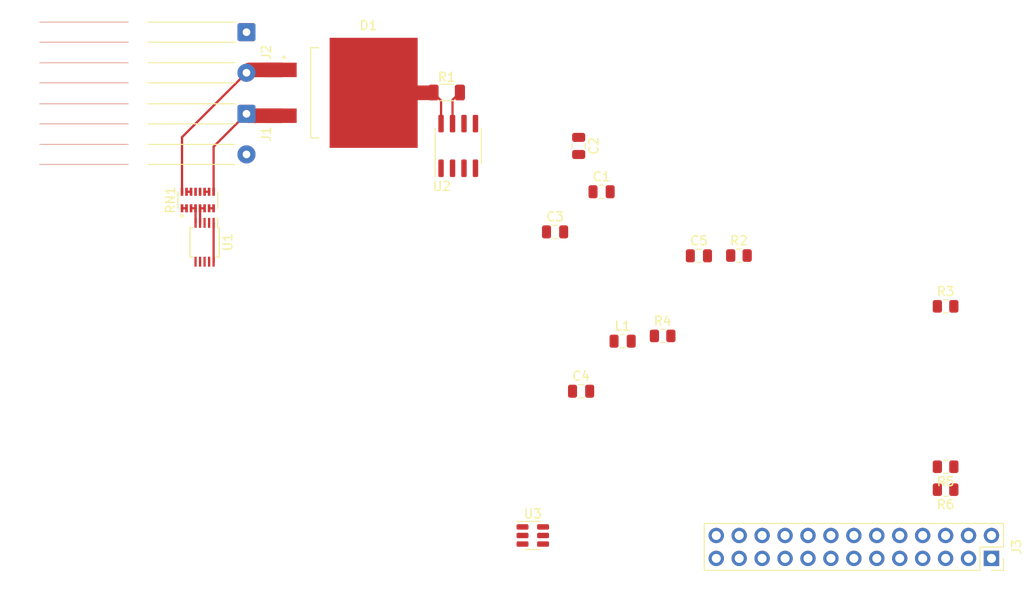
<source format=kicad_pcb>
(kicad_pcb (version 20211014) (generator pcbnew)
  (layers (0 "F.Cu" signal) (31 "B.Cu" signal) (34 "B.Paste" user) (35 "F.Paste" user) (36 "B.SilkS" user "B.Silkscreen") (37 "F.SilkS" user "F.Silkscreen") (38 "B.Mask" user) (39 "F.Mask" user) (44 "Edge.Cuts" user))
  (net 0 "")
  (net 1 "+BATT")
  (net 2 "GND")
  (net 3 "Net-(C3-Pad1)")
  (net 4 "Net-(C3-Pad2)")
  (net 5 "+5V")
  (net 6 "/VBAT_1")
  (net 7 "/ISENSE+")
  (net 8 "/VBAT_2")
  (net 9 "+3V3")
  (net 10 "/SCL")
  (net 11 "/SDA")
  (net 18 "/ADC_INT")
  (net 27 "/PWR_SW")
  (net 28 "Net-(R3-Pad2)")
  (net 29 "Net-(RN1-Pad1)")
  (net 30 "Net-(RN1-Pad3)")
  (net 31 "Net-(RN1-Pad5)")
  (net 32 "Net-(RN1-Pad7)")
  (net 33 "Net-(RN1-Pad10)")
  (net 34 "Net-(RN1-Pad14)")
  (footprint "_LocalParts:STPS30L30CG" (layer "F.Cu") (at 128.659533 70.312847)
    (fp_text reference "D1" (at 2.986756 -7.465805) (layer "F.SilkS") (effects (font (size 1.000732 1.000732))))
    (fp_text value "STPS30L30CG")
    (fp_line (start -2.5146 5) (end -3.4 5) (layer "F.SilkS") (width 0.127))
    (fp_line (start -3.4 5) (end -3.4 -5) (layer "F.SilkS") (width 0.127))
    (fp_line (start -3.4 -5) (end -2.5146 -5) (layer "F.SilkS") (width 0.127))
    (fp_circle (center -6.35 -3.937) (end -6.223 -3.937) (layer "F.SilkS") (width 0.127) (fill none))
    (pad "1" smd rect (at -6.7 -2.54 270) (size 1.6 3.5) (layers "F.Cu" "F.Paste" "F.Mask") (net 8 "/VBAT_2"))
    (pad "2" smd rect (at 3.575 0 270) (size 12.2 9.75) (layers "F.Cu" "F.Mask") (net 7 "/ISENSE+"))
    (pad "3" smd rect (at -6.7 2.54 270) (size 1.6 3.5) (layers "F.Cu" "F.Paste" "F.Mask") (net 6 "/VBAT_1"))
  )
  (footprint "Capacitor_SMD:C_0805_2012Metric" (layer "F.Cu") (at 157.48 81.28)
    (fp_text reference "C1" (at 0 -1.68) (layer "F.SilkS"))
    (fp_text value "10µF")
    (fp_line (start -0.261252 0.735) (end 0.261252 0.735) (layer "F.SilkS") (width 0.12))
    (fp_line (start -0.261252 -0.735) (end 0.261252 -0.735) (layer "F.SilkS") (width 0.12))
    (pad "1" smd roundrect (at -0.95 0) (size 1 1.45) (layers "F.Cu" "F.Paste" "F.Mask") (net 1 "+BATT"))
    (pad "2" smd roundrect (at 0.95 0) (size 1 1.45) (layers "F.Cu" "F.Paste" "F.Mask") (net 2 "GND"))
  )
  (footprint "Capacitor_SMD:C_0805_2012Metric" (layer "F.Cu") (at 155.21 103.39)
    (fp_text reference "C4" (at 0 -1.68) (layer "F.SilkS"))
    (fp_text value "22µF")
    (fp_line (start -0.261252 0.735) (end 0.261252 0.735) (layer "F.SilkS") (width 0.12))
    (fp_line (start -0.261252 -0.735) (end 0.261252 -0.735) (layer "F.SilkS") (width 0.12))
    (pad "1" smd roundrect (at -0.95 0) (size 1 1.45) (layers "F.Cu" "F.Paste" "F.Mask") (net 5 "+5V"))
    (pad "2" smd roundrect (at 0.95 0) (size 1 1.45) (layers "F.Cu" "F.Paste" "F.Mask") (net 2 "GND"))
  )
  (footprint "Connector_Wire:SolderWire-0.25sqmm_1x02_P4.5mm_D0.65mm_OD2mm_Relief2x" (layer "F.Cu") (at 118.15 63.59 -90)
    (fp_text reference "J2" (at 2.25 -2.2 90) (layer "F.SilkS"))
    (fp_text value "SOLDER_20AWG")
    (fp_line (start 5.61 13.11) (end 5.61 22.89) (layer "B.SilkS") (width 0.12))
    (fp_line (start 3.39 13.11) (end 3.39 22.89) (layer "B.SilkS") (width 0.12))
    (fp_line (start -1.11 13.11) (end -1.11 22.89) (layer "B.SilkS") (width 0.12))
    (fp_line (start 1.11 13.11) (end 1.11 22.89) (layer "B.SilkS") (width 0.12))
    (fp_line (start 3.39 1.26) (end 3.39 10.89) (layer "F.SilkS") (width 0.12))
    (fp_line (start 5.61 1.26) (end 5.61 10.89) (layer "F.SilkS") (width 0.12))
    (fp_line (start 1.11 1.26) (end 1.11 10.89) (layer "F.SilkS") (width 0.12))
    (fp_line (start -1.11 1.26) (end -1.11 10.89) (layer "F.SilkS") (width 0.12))
    (pad "" np_thru_hole circle (at 0 12 270) (size 2.5 2.5) (drill 2.5) (layers *.Cu *.Mask))
    (pad "" np_thru_hole circle (at 4.5 24 270) (size 2.5 2.5) (drill 2.5) (layers *.Cu *.Mask))
    (pad "" np_thru_hole circle (at 0 24 270) (size 2.5 2.5) (drill 2.5) (layers *.Cu *.Mask))
    (pad "" np_thru_hole circle (at 4.5 12 270) (size 2.5 2.5) (drill 2.5) (layers *.Cu *.Mask))
    (pad "1" thru_hole roundrect (at 0 0 270) (size 2 2) (drill 0.85) (layers *.Cu *.Mask) (roundrect_rratio 0.125) (net 2 "GND"))
    (pad "2" thru_hole circle (at 4.5 0 270) (size 2 2) (drill 0.85) (layers *.Cu *.Mask) (net 8 "/VBAT_2"))
  )
  (footprint "Resistor_SMD:R_0805_2012Metric" (layer "F.Cu") (at 195.58 111.76 180)
    (fp_text reference "R5" (at 0 -1.65) (layer "F.SilkS"))
    (fp_text value "10K")
    (fp_line (start -0.227064 -0.735) (end 0.227064 -0.735) (layer "F.SilkS") (width 0.12))
    (fp_line (start -0.227064 0.735) (end 0.227064 0.735) (layer "F.SilkS") (width 0.12))
    (pad "1" smd roundrect (at -0.9125 0 180) (size 1.025 1.4) (layers "F.Cu" "F.Paste" "F.Mask") (roundrect_rratio 0.243902) (net 9 "+3V3"))
    (pad "2" smd roundrect (at 0.9125 0 180) (size 1.025 1.4) (layers "F.Cu" "F.Paste" "F.Mask") (roundrect_rratio 0.243902) (net 11 "/SDA"))
  )
  (footprint "Package_SO:TSSOP-10_3x3mm_P0.5mm" (layer "F.Cu") (at 113.510623 86.878968 -90)
    (fp_text reference "U1" (at 0 -2.55 90) (layer "F.SilkS"))
    (fp_text value "ADS1115IDGS")
    (fp_line (start 1.625 1.625) (end 1.625 1.35) (layer "F.SilkS") (width 0.15))
    (fp_line (start -1.625 -1.625) (end 1.625 -1.625) (layer "F.SilkS") (width 0.15))
    (fp_line (start -1.625 -1.625) (end -1.625 -1.45) (layer "F.SilkS") (width 0.15))
    (fp_line (start 1.625 -1.625) (end 1.625 -1.35) (layer "F.SilkS") (width 0.15))
    (fp_line (start -1.625 1.625) (end -1.625 1.35) (layer "F.SilkS") (width 0.15))
    (fp_line (start -1.625 1.625) (end 1.625 1.625) (layer "F.SilkS") (width 0.15))
    (fp_line (start -1.625 -1.45) (end -2.7 -1.45) (layer "F.SilkS") (width 0.15))
    (pad "1" smd rect (at -2.15 -1 270) (size 1.1 0.25) (layers "F.Cu" "F.Paste" "F.Mask") (net 10 "/SCL"))
    (pad "2" smd rect (at -2.15 -0.5 270) (size 1.1 0.25) (layers "F.Cu" "F.Paste" "F.Mask") (net 18 "/ADC_INT"))
    (pad "3" smd rect (at -2.15 0 270) (size 1.1 0.25) (layers "F.Cu" "F.Paste" "F.Mask") (net 2 "GND"))
    (pad "4" smd rect (at -2.15 0.5 270) (size 1.1 0.25) (layers "F.Cu" "F.Paste" "F.Mask") (net 31 "Net-(RN1-Pad5)"))
    (pad "5" smd rect (at -2.15 1 270) (size 1.1 0.25) (layers "F.Cu" "F.Paste" "F.Mask") (net 30 "Net-(RN1-Pad3)"))
    (pad "6" smd rect (at 2.15 1 270) (size 1.1 0.25) (layers "F.Cu" "F.Paste" "F.Mask") (net 2 "GND"))
    (pad "7" smd rect (at 2.15 0.5 270) (size 1.1 0.25) (layers "F.Cu" "F.Paste" "F.Mask") (net 2 "GND"))
    (pad "8" smd rect (at 2.15 0 270) (size 1.1 0.25) (layers "F.Cu" "F.Paste" "F.Mask") (net 9 "+3V3"))
    (pad "9" smd rect (at 2.15 -0.5 270) (size 1.1 0.25) (layers "F.Cu" "F.Paste" "F.Mask") (net 11 "/SDA"))
    (pad "10" smd rect (at 2.15 -1 270) (size 1.1 0.25) (layers "F.Cu" "F.Paste" "F.Mask") (net 10 "/SCL"))
  )
  (footprint "Resistor_SMD:R_1206_3216Metric" (layer "F.Cu") (at 140.326034 70.277955 180)
    (fp_text reference "R1" (at 0 1.697955) (layer "F.SilkS"))
    (fp_text value "ERJ-6BWFR010V")
    (fp_line (start -0.727064 -0.91) (end 0.727064 -0.91) (layer "F.SilkS") (width 0.12))
    (fp_line (start -0.727064 0.91) (end 0.727064 0.91) (layer "F.SilkS") (width 0.12))
    (pad "1" smd roundrect (at -1.4625 0 180) (size 1.125 1.75) (layers "F.Cu" "F.Paste" "F.Mask") (roundrect_rratio 0.222222) (net 1 "+BATT"))
    (pad "2" smd roundrect (at 1.4625 0 180) (size 1.125 1.75) (layers "F.Cu" "F.Paste" "F.Mask") (roundrect_rratio 0.222222) (net 7 "/ISENSE+"))
  )
  (footprint "Capacitor_SMD:C_0805_2012Metric" (layer "F.Cu") (at 159.81 97.84)
    (fp_text reference "L1" (at 0 -1.68) (layer "F.SilkS"))
    (fp_text value "3.3µH")
    (fp_line (start -0.261252 -0.735) (end 0.261252 -0.735) (layer "F.SilkS") (width 0.12))
    (fp_line (start -0.261252 0.735) (end 0.261252 0.735) (layer "F.SilkS") (width 0.12))
    (pad "1" smd roundrect (at -0.95 0) (size 1 1.45) (layers "F.Cu" "F.Paste" "F.Mask") (net 4 "Net-(C3-Pad2)"))
    (pad "2" smd roundrect (at 0.95 0) (size 1 1.45) (layers "F.Cu" "F.Paste" "F.Mask") (net 5 "+5V"))
  )
  (footprint "Resistor_SMD:R_0805_2012Metric" (layer "F.Cu") (at 172.69 88.35)
    (fp_text reference "R2" (at 0 -1.65) (layer "F.SilkS"))
    (fp_text value "100K")
    (fp_line (start -0.227064 0.735) (end 0.227064 0.735) (layer "F.SilkS") (width 0.12))
    (fp_line (start -0.227064 -0.735) (end 0.227064 -0.735) (layer "F.SilkS") (width 0.12))
    (pad "1" smd roundrect (at -0.9125 0) (size 1.025 1.4) (layers "F.Cu" "F.Paste" "F.Mask") (roundrect_rratio 0.243902) (net 27 "/PWR_SW"))
    (pad "2" smd roundrect (at 0.9125 0) (size 1.025 1.4) (layers "F.Cu" "F.Paste" "F.Mask") (roundrect_rratio 0.243902) (net 2 "GND"))
  )
  (footprint "Connector_PinSocket_2.54mm:PinSocket_2x13_P2.54mm_Vertical" (layer "F.Cu") (at 200.66 121.92 -90)
    (fp_text reference "J3" (at -1.27 -2.77 90) (layer "F.SilkS"))
    (fp_text value "OPI Lite2 Header")
    (fp_line (start 0 -1.33) (end 1.33 -1.33) (layer "F.SilkS") (width 0.12))
    (fp_line (start 1.33 1.27) (end 1.33 31.81) (layer "F.SilkS") (width 0.12))
    (fp_line (start -1.27 -1.33) (end -1.27 1.27) (layer "F.SilkS") (width 0.12))
    (fp_line (start -1.27 1.27) (end 1.33 1.27) (layer "F.SilkS") (width 0.12))
    (fp_line (start 1.33 -1.33) (end 1.33 0) (layer "F.SilkS") (width 0.12))
    (fp_line (start -3.87 -1.33) (end -3.87 31.81) (layer "F.SilkS") (width 0.12))
    (fp_line (start -3.87 31.81) (end 1.33 31.81) (layer "F.SilkS") (width 0.12))
    (fp_line (start -3.87 -1.33) (end -1.27 -1.33) (layer "F.SilkS") (width 0.12))
    (pad "1" thru_hole rect (at 0 0 270) (size 1.7 1.7) (drill 1) (layers *.Cu *.Mask) (net 9 "+3V3"))
    (pad "2" thru_hole oval (at -2.54 0 270) (size 1.7 1.7) (drill 1) (layers *.Cu *.Mask) (net 5 "+5V"))
    (pad "3" thru_hole oval (at 0 2.54 270) (size 1.7 1.7) (drill 1) (layers *.Cu *.Mask) (net 10 "/SCL"))
    (pad "4" thru_hole oval (at -2.54 2.54 270) (size 1.7 1.7) (drill 1) (layers *.Cu *.Mask) (net 5 "+5V"))
    (pad "5" thru_hole oval (at 0 5.08 270) (size 1.7 1.7) (drill 1) (layers *.Cu *.Mask) (net 11 "/SDA"))
    (pad "6" thru_hole oval (at -2.54 5.08 270) (size 1.7 1.7) (drill 1) (layers *.Cu *.Mask) (net 2 "GND"))
    (pad "7" thru_hole oval (at 0 7.62 270) (size 1.7 1.7) (drill 1) (layers *.Cu *.Mask))
    (pad "8" thru_hole oval (at -2.54 7.62 270) (size 1.7 1.7) (drill 1) (layers *.Cu *.Mask))
    (pad "9" thru_hole oval (at 0 10.16 270) (size 1.7 1.7) (drill 1) (layers *.Cu *.Mask) (net 2 "GND"))
    (pad "10" thru_hole oval (at -2.54 10.16 270) (size 1.7 1.7) (drill 1) (layers *.Cu *.Mask))
    (pad "11" thru_hole oval (at 0 12.7 270) (size 1.7 1.7) (drill 1) (layers *.Cu *.Mask))
    (pad "12" thru_hole oval (at -2.54 12.7 270) (size 1.7 1.7) (drill 1) (layers *.Cu *.Mask))
    (pad "13" thru_hole oval (at 0 15.24 270) (size 1.7 1.7) (drill 1) (layers *.Cu *.Mask))
    (pad "14" thru_hole oval (at -2.54 15.24 270) (size 1.7 1.7) (drill 1) (layers *.Cu *.Mask) (net 2 "GND"))
    (pad "15" thru_hole oval (at 0 17.78 270) (size 1.7 1.7) (drill 1) (layers *.Cu *.Mask) (net 18 "/ADC_INT"))
    (pad "16" thru_hole oval (at -2.54 17.78 270) (size 1.7 1.7) (drill 1) (layers *.Cu *.Mask))
    (pad "17" thru_hole oval (at 0 20.32 270) (size 1.7 1.7) (drill 1) (layers *.Cu *.Mask) (net 9 "+3V3"))
    (pad "18" thru_hole oval (at -2.54 20.32 270) (size 1.7 1.7) (drill 1) (layers *.Cu *.Mask))
    (pad "19" thru_hole oval (at 0 22.86 270) (size 1.7 1.7) (drill 1) (layers *.Cu *.Mask))
    (pad "20" thru_hole oval (at -2.54 22.86 270) (size 1.7 1.7) (drill 1) (layers *.Cu *.Mask) (net 2 "GND"))
    (pad "21" thru_hole oval (at 0 25.4 270) (size 1.7 1.7) (drill 1) (layers *.Cu *.Mask))
    (pad "22" thru_hole oval (at -2.54 25.4 270) (size 1.7 1.7) (drill 1) (layers *.Cu *.Mask))
    (pad "23" thru_hole oval (at 0 27.94 270) (size 1.7 1.7) (drill 1) (layers *.Cu *.Mask))
    (pad "24" thru_hole oval (at -2.54 27.94 270) (size 1.7 1.7) (drill 1) (layers *.Cu *.Mask))
    (pad "25" thru_hole oval (at 0 30.48 270) (size 1.7 1.7) (drill 1) (layers *.Cu *.Mask) (net 2 "GND"))
    (pad "26" thru_hole oval (at -2.54 30.48 270) (size 1.7 1.7) (drill 1) (layers *.Cu *.Mask))
  )
  (footprint "Capacitor_SMD:C_0805_2012Metric" (layer "F.Cu") (at 152.33 85.73)
    (fp_text reference "C3" (at 0 -1.68) (layer "F.SilkS"))
    (fp_text value "0.1µF")
    (fp_line (start -0.261252 -0.735) (end 0.261252 -0.735) (layer "F.SilkS") (width 0.12))
    (fp_line (start -0.261252 0.735) (end 0.261252 0.735) (layer "F.SilkS") (width 0.12))
    (pad "1" smd roundrect (at -0.95 0) (size 1 1.45) (layers "F.Cu" "F.Paste" "F.Mask") (net 3 "Net-(C3-Pad1)"))
    (pad "2" smd roundrect (at 0.95 0) (size 1 1.45) (layers "F.Cu" "F.Paste" "F.Mask") (net 4 "Net-(C3-Pad2)"))
  )
  (footprint "Package_TO_SOT_SMD:SOT-23-6" (layer "F.Cu") (at 149.86 119.38)
    (fp_text reference "U3" (at 0 -2.4) (layer "F.SilkS"))
    (fp_text value "TPS565208")
    (fp_line (start 0 1.56) (end -0.8 1.56) (layer "F.SilkS") (width 0.12))
    (fp_line (start 0 -1.56) (end 0.8 -1.56) (layer "F.SilkS") (width 0.12))
    (fp_line (start 0 1.56) (end 0.8 1.56) (layer "F.SilkS") (width 0.12))
    (fp_line (start 0 -1.56) (end -1.8 -1.56) (layer "F.SilkS") (width 0.12))
    (pad "1" smd roundrect (at -1.1375 -0.95) (size 1.325 0.6) (layers "F.Cu" "F.Paste" "F.Mask") (net 2 "GND"))
    (pad "2" smd roundrect (at -1.1375 0) (size 1.325 0.6) (layers "F.Cu" "F.Paste" "F.Mask") (net 4 "Net-(C3-Pad2)"))
    (pad "3" smd roundrect (at -1.1375 0.95) (size 1.325 0.6) (layers "F.Cu" "F.Paste" "F.Mask") (net 1 "+BATT"))
    (pad "4" smd roundrect (at 1.1375 0.95) (size 1.325 0.6) (layers "F.Cu" "F.Paste" "F.Mask") (net 28 "Net-(R3-Pad2)"))
    (pad "5" smd roundrect (at 1.1375 0) (size 1.325 0.6) (layers "F.Cu" "F.Paste" "F.Mask") (net 27 "/PWR_SW"))
    (pad "6" smd roundrect (at 1.1375 -0.95) (size 1.325 0.6) (layers "F.Cu" "F.Paste" "F.Mask") (net 3 "Net-(C3-Pad1)"))
  )
  (footprint "_LocalParts:RESCAXE50P380X160X55-16N" (layer "F.Cu") (at 112.76 82.195 90)
    (fp_text reference "RN1" (at 0 -3.035 90) (layer "F.SilkS"))
    (fp_text value "EXB-2HV223JV")
    (fp_line (start 0.9 2.209) (end -0.9 2.209) (layer "F.SilkS") (width 0.127))
    (fp_line (start -0.9 -2.209) (end 0.9 -2.209) (layer "F.SilkS") (width 0.127))
    (fp_circle (center -1.765 -1.75) (end -1.665 -1.75) (layer "F.SilkS") (width 0.2) (fill none))
    (pad "1" smd roundrect (at -0.915 -1.75 90) (size 0.89 0.29) (layers "F.Cu" "F.Paste" "F.Mask") (roundrect_rratio 0.07) (net 29 "Net-(RN1-Pad1)"))
    (pad "2" smd roundrect (at -0.915 -1.25 90) (size 0.89 0.29) (layers "F.Cu" "F.Paste" "F.Mask") (roundrect_rratio 0.07) (net 29 "Net-(RN1-Pad1)"))
    (pad "3" smd roundrect (at -0.915 -0.75 90) (size 0.89 0.29) (layers "F.Cu" "F.Paste" "F.Mask") (roundrect_rratio 0.07) (net 30 "Net-(RN1-Pad3)"))
    (pad "4" smd roundrect (at -0.915 -0.25 90) (size 0.89 0.29) (layers "F.Cu" "F.Paste" "F.Mask") (roundrect_rratio 0.07) (net 30 "Net-(RN1-Pad3)"))
    (pad "5" smd roundrect (at -0.915 0.25 90) (size 0.89 0.29) (layers "F.Cu" "F.Paste" "F.Mask") (roundrect_rratio 0.07) (net 31 "Net-(RN1-Pad5)"))
    (pad "6" smd roundrect (at -0.915 0.75 90) (size 0.89 0.29) (layers "F.Cu" "F.Paste" "F.Mask") (roundrect_rratio 0.07) (net 31 "Net-(RN1-Pad5)"))
    (pad "7" smd roundrect (at -0.915 1.25 90) (size 0.89 0.29) (layers "F.Cu" "F.Paste" "F.Mask") (roundrect_rratio 0.07) (net 32 "Net-(RN1-Pad7)"))
    (pad "8" smd roundrect (at -0.915 1.75 90) (size 0.89 0.29) (layers "F.Cu" "F.Paste" "F.Mask") (roundrect_rratio 0.07) (net 32 "Net-(RN1-Pad7)"))
    (pad "9" smd roundrect (at 0.915 1.75 270) (size 0.89 0.29) (layers "F.Cu" "F.Paste" "F.Mask") (roundrect_rratio 0.07) (net 6 "/VBAT_1"))
    (pad "10" smd roundrect (at 0.915 1.25 270) (size 0.89 0.29) (layers "F.Cu" "F.Paste" "F.Mask") (roundrect_rratio 0.07) (net 33 "Net-(RN1-Pad10)"))
    (pad "11" smd roundrect (at 0.915 0.75 270) (size 0.89 0.29) (layers "F.Cu" "F.Paste" "F.Mask") (roundrect_rratio 0.07) (net 33 "Net-(RN1-Pad10)"))
    (pad "12" smd roundrect (at 0.915 0.25 270) (size 0.89 0.29) (layers "F.Cu" "F.Paste" "F.Mask") (roundrect_rratio 0.07) (net 2 "GND"))
    (pad "13" smd roundrect (at 0.915 -0.25 270) (size 0.89 0.29) (layers "F.Cu" "F.Paste" "F.Mask") (roundrect_rratio 0.07) (net 2 "GND"))
    (pad "14" smd roundrect (at 0.915 -0.75 270) (size 0.89 0.29) (layers "F.Cu" "F.Paste" "F.Mask") (roundrect_rratio 0.07) (net 34 "Net-(RN1-Pad14)"))
    (pad "15" smd roundrect (at 0.915 -1.25 270) (size 0.89 0.29) (layers "F.Cu" "F.Paste" "F.Mask") (roundrect_rratio 0.07) (net 34 "Net-(RN1-Pad14)"))
    (pad "16" smd roundrect (at 0.915 -1.75 270) (size 0.89 0.29) (layers "F.Cu" "F.Paste" "F.Mask") (roundrect_rratio 0.07) (net 8 "/VBAT_2"))
  )
  (footprint "Resistor_SMD:R_0805_2012Metric" (layer "F.Cu") (at 164.24 97.26)
    (fp_text reference "R4" (at 0 -1.65) (layer "F.SilkS"))
    (fp_text value "10K")
    (fp_line (start -0.227064 -0.735) (end 0.227064 -0.735) (layer "F.SilkS") (width 0.12))
    (fp_line (start -0.227064 0.735) (end 0.227064 0.735) (layer "F.SilkS") (width 0.12))
    (pad "1" smd roundrect (at -0.9125 0) (size 1.025 1.4) (layers "F.Cu" "F.Paste" "F.Mask") (roundrect_rratio 0.243902) (net 28 "Net-(R3-Pad2)"))
    (pad "2" smd roundrect (at 0.9125 0) (size 1.025 1.4) (layers "F.Cu" "F.Paste" "F.Mask") (roundrect_rratio 0.243902) (net 2 "GND"))
  )
  (footprint "Capacitor_SMD:C_0805_2012Metric" (layer "F.Cu") (at 154.94 76.2 -90)
    (fp_text reference "C2" (at 0 -1.68 90) (layer "F.SilkS"))
    (fp_text value "0.1µF")
    (fp_line (start -0.261252 -0.735) (end 0.261252 -0.735) (layer "F.SilkS") (width 0.12))
    (fp_line (start -0.261252 0.735) (end 0.261252 0.735) (layer "F.SilkS") (width 0.12))
    (pad "1" smd roundrect (at -0.95 0 270) (size 1 1.45) (layers "F.Cu" "F.Paste" "F.Mask") (net 1 "+BATT"))
    (pad "2" smd roundrect (at 0.95 0 270) (size 1 1.45) (layers "F.Cu" "F.Paste" "F.Mask") (net 2 "GND"))
  )
  (footprint "Resistor_SMD:R_0805_2012Metric" (layer "F.Cu") (at 195.58 93.98)
    (fp_text reference "R3" (at 0 -1.65) (layer "F.SilkS"))
    (fp_text value "54.9K")
    (fp_line (start -0.227064 -0.735) (end 0.227064 -0.735) (layer "F.SilkS") (width 0.12))
    (fp_line (start -0.227064 0.735) (end 0.227064 0.735) (layer "F.SilkS") (width 0.12))
    (pad "1" smd roundrect (at -0.9125 0) (size 1.025 1.4) (layers "F.Cu" "F.Paste" "F.Mask") (roundrect_rratio 0.243902) (net 5 "+5V"))
    (pad "2" smd roundrect (at 0.9125 0) (size 1.025 1.4) (layers "F.Cu" "F.Paste" "F.Mask") (roundrect_rratio 0.243902) (net 28 "Net-(R3-Pad2)"))
  )
  (footprint "Resistor_SMD:R_0805_2012Metric" (layer "F.Cu") (at 195.58 114.3 180)
    (fp_text reference "R6" (at 0 -1.65) (layer "F.SilkS"))
    (fp_text value "10K")
    (fp_line (start -0.227064 -0.735) (end 0.227064 -0.735) (layer "F.SilkS") (width 0.12))
    (fp_line (start -0.227064 0.735) (end 0.227064 0.735) (layer "F.SilkS") (width 0.12))
    (pad "1" smd roundrect (at -0.9125 0 180) (size 1.025 1.4) (layers "F.Cu" "F.Paste" "F.Mask") (roundrect_rratio 0.243902) (net 9 "+3V3"))
    (pad "2" smd roundrect (at 0.9125 0 180) (size 1.025 1.4) (layers "F.Cu" "F.Paste" "F.Mask") (roundrect_rratio 0.243902) (net 10 "/SCL"))
  )
  (footprint "Connector_Wire:SolderWire-0.25sqmm_1x02_P4.5mm_D0.65mm_OD2mm_Relief2x" (layer "F.Cu") (at 118.15 72.64 -90)
    (fp_text reference "J1" (at 2.25 -2.2 90) (layer "F.SilkS"))
    (fp_text value "SOLDER_20AWG")
    (fp_line (start -1.11 13.11) (end -1.11 22.89) (layer "B.SilkS") (width 0.12))
    (fp_line (start 5.61 13.11) (end 5.61 22.89) (layer "B.SilkS") (width 0.12))
    (fp_line (start 3.39 13.11) (end 3.39 22.89) (layer "B.SilkS") (width 0.12))
    (fp_line (start 1.11 13.11) (end 1.11 22.89) (layer "B.SilkS") (width 0.12))
    (fp_line (start 3.39 1.26) (end 3.39 10.89) (layer "F.SilkS") (width 0.12))
    (fp_line (start 5.61 1.26) (end 5.61 10.89) (layer "F.SilkS") (width 0.12))
    (fp_line (start 1.11 1.26) (end 1.11 10.89) (layer "F.SilkS") (width 0.12))
    (fp_line (start -1.11 1.26) (end -1.11 10.89) (layer "F.SilkS") (width 0.12))
    (pad "" np_thru_hole circle (at 4.5 12 270) (size 2.5 2.5) (drill 2.5) (layers *.Cu *.Mask))
    (pad "" np_thru_hole circle (at 0 24 270) (size 2.5 2.5) (drill 2.5) (layers *.Cu *.Mask))
    (pad "" np_thru_hole circle (at 0 12 270) (size 2.5 2.5) (drill 2.5) (layers *.Cu *.Mask))
    (pad "" np_thru_hole circle (at 4.5 24 270) (size 2.5 2.5) (drill 2.5) (layers *.Cu *.Mask))
    (pad "1" thru_hole roundrect (at 0 0 270) (size 2 2) (drill 0.85) (layers *.Cu *.Mask) (roundrect_rratio 0.125) (net 6 "/VBAT_1"))
    (pad "2" thru_hole circle (at 4.5 0 270) (size 2 2) (drill 0.85) (layers *.Cu *.Mask) (net 2 "GND"))
  )
  (footprint "Package_SO:SOIC-8_3.9x4.9mm_P1.27mm" (layer "F.Cu") (at 141.605 76.2 90)
    (fp_text reference "U2" (at -4.474434 -1.816093 180) (layer "F.SilkS"))
    (fp_text value "INA219BxD")
    (fp_line (start 0 2.56) (end 1.95 2.56) (layer "F.SilkS") (width 0.12))
    (fp_line (start 0 -2.56) (end -3.45 -2.56) (layer "F.SilkS") (width 0.12))
    (fp_line (start 0 2.56) (end -1.95 2.56) (layer "F.SilkS") (width 0.12))
    (fp_line (start 0 -2.56) (end 1.95 -2.56) (layer "F.SilkS") (width 0.12))
    (pad "1" smd roundrect (at -2.475 -1.905 90) (size 1.95 0.6) (layers "F.Cu" "F.Paste" "F.Mask") (net 2 "GND"))
    (pad "2" smd roundrect (at -2.475 -0.635 90) (size 1.95 0.6) (layers "F.Cu" "F.Paste" "F.Mask") (net 2 "GND"))
    (pad "3" smd roundrect (at -2.475 0.635 90) (size 1.95 0.6) (layers "F.Cu" "F.Paste" "F.Mask") (net 11 "/SDA"))
    (pad "4" smd roundrect (at -2.475 1.905 90) (size 1.95 0.6) (layers "F.Cu" "F.Paste" "F.Mask") (net 10 "/SCL"))
    (pad "5" smd roundrect (at 2.475 1.905 90) (size 1.95 0.6) (layers "F.Cu" "F.Paste" "F.Mask") (net 9 "+3V3"))
    (pad "6" smd roundrect (at 2.475 0.635 90) (size 1.95 0.6) (layers "F.Cu" "F.Paste" "F.Mask") (net 2 "GND"))
    (pad "7" smd roundrect (at 2.475 -0.635 90) (size 1.95 0.6) (layers "F.Cu" "F.Paste" "F.Mask") (net 1 "+BATT"))
    (pad "8" smd roundrect (at 2.475 -1.905 90) (size 1.95 0.6) (layers "F.Cu" "F.Paste" "F.Mask") (net 7 "/ISENSE+"))
  )
  (footprint "Capacitor_SMD:C_0805_2012Metric" (layer "F.Cu") (at 168.26 88.38)
    (fp_text reference "C5" (at 0 -1.68) (layer "F.SilkS"))
    (fp_text value "22µF")
    (fp_line (start -0.261252 0.735) (end 0.261252 0.735) (layer "F.SilkS") (width 0.12))
    (fp_line (start -0.261252 -0.735) (end 0.261252 -0.735) (layer "F.SilkS") (width 0.12))
    (pad "1" smd roundrect (at -0.95 0) (size 1 1.45) (layers "F.Cu" "F.Paste" "F.Mask") (net 5 "+5V"))
    (pad "2" smd roundrect (at 0.95 0) (size 1 1.45) (layers "F.Cu" "F.Paste" "F.Mask") (net 2 "GND"))
  )
  (segment (start 141.788534 70.277955) (end 140.97 71.096489) (width 0.25) (layer "F.Cu") (net 1))
  (segment (start 140.97 71.096489) (end 140.97 72.70026) (width 0.25) (layer "F.Cu") (net 1))
  (segment (start 118.15 72.64) (end 118.362847 72.852847) (width 0.25) (layer "F.Cu") (net 6))
  (segment (start 114.51 76.28) (end 118.15 72.64) (width 0.25) (layer "F.Cu") (net 6))
  (segment (start 114.51 81.28) (end 114.51 76.28) (width 0.25) (layer "F.Cu") (net 6))
  (segment (start 118.362847 72.852847) (end 121.959533 72.852847) (width 1.62) (layer "F.Cu") (net 6))
  (segment (start 138.282527 70.322982) (end 138.6004 70.322982) (width 0.25) (layer "F.Cu") (net 7))
  (segment (start 138.590265 70.312847) (end 132.234533 70.312847) (width 1.62) (layer "F.Cu") (net 7))
  (segment (start 138.6004 70.322982) (end 138.590265 70.312847) (width 1.62) (layer "F.Cu") (net 7))
  (segment (start 139.7 71.184205) (end 139.7 72.70026) (width 0.25) (layer "F.Cu") (net 7))
  (segment (start 138.2375 70.277955) (end 138.282527 70.322982) (width 0.25) (layer "F.Cu") (net 7))
  (segment (start 138.828642 70.312847) (end 139.7 71.184205) (width 0.25) (layer "F.Cu") (net 7))
  (segment (start 121.959533 67.772847) (end 118.467153 67.772847) (width 1.62) (layer "F.Cu") (net 8))
  (segment (start 118.467153 67.772847) (end 118.15 68.09) (width 0.25) (layer "F.Cu") (net 8))
  (segment (start 111.01 75.23) (end 118.15 68.09) (width 0.25) (layer "F.Cu") (net 8))
  (segment (start 111.01 81.28) (end 111.01 75.23) (width 0.25) (layer "F.Cu") (net 8))
  (segment (start 114.510623 89.028968) (end 114.510623 84.728968) (width 0.25) (layer "F.Cu") (net 10))
  (segment (start 111.01 83.11) (end 111.51 83.11) (width 0.25) (layer "F.Cu") (net 29))
  (segment (start 112.510623 83.110623) (end 112.51 83.11) (width 0.25) (layer "F.Cu") (net 30))
  (segment (start 112.01 83.11) (end 112.51 83.11) (width 0.25) (layer "F.Cu") (net 30))
  (segment (start 112.510623 84.728968) (end 112.510623 83.110623) (width 0.25) (layer "F.Cu") (net 30))
  (segment (start 113.01 84.728345) (end 113.010623 84.728968) (width 0.25) (layer "F.Cu") (net 31))
  (segment (start 113.01 83.11) (end 113.01 84.728345) (width 0.25) (layer "F.Cu") (net 31))
  (segment (start 113.01 83.11) (end 113.51 83.11) (width 0.25) (layer "F.Cu") (net 31))
  (segment (start 114.51 83.11) (end 114.01 83.11) (width 0.25) (layer "F.Cu") (net 32))
  (segment (start 113.51 81.28) (end 114.01 81.28) (width 0.25) (layer "F.Cu") (net 33))
  (segment (start 112.01 81.28) (end 111.51 81.28) (width 0.25) (layer "F.Cu") (net 34))
)
</source>
